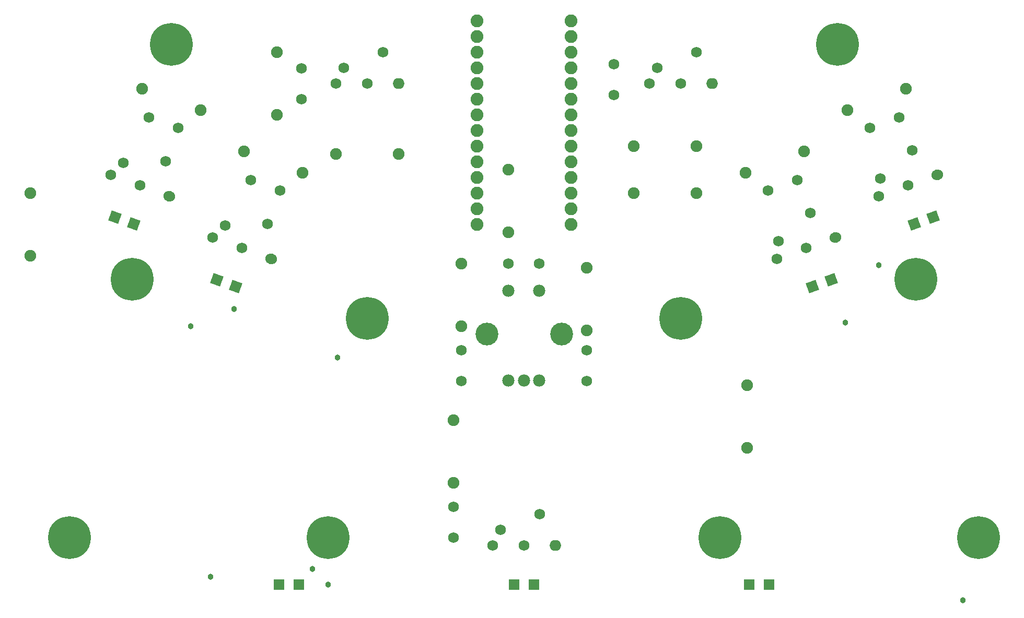
<source format=gts>
G04*
G04 #@! TF.GenerationSoftware,Altium Limited,CircuitMaker,2.1.0 (2.1.0.4)*
G04*
G04 Layer_Color=20142*
%FSLAX25Y25*%
%MOIN*%
G70*
G04*
G04 #@! TF.SameCoordinates,28D2FB88-65ED-4333-9925-A9BECD5D763D*
G04*
G04*
G04 #@! TF.FilePolarity,Negative*
G04*
G01*
G75*
%ADD13R,0.06706X0.06706*%
%ADD14P,0.09483X4X385.0*%
%ADD15P,0.09483X4X65.0*%
%ADD16C,0.08200*%
%ADD17C,0.07493*%
G04:AMPARAMS|DCode=18|XSize=74.93mil|YSize=68mil|CornerRadius=0mil|HoleSize=0mil|Usage=FLASHONLY|Rotation=340.000|XOffset=0mil|YOffset=0mil|HoleType=Round|Shape=Round|*
%AMOVALD18*
21,1,0.00693,0.06800,0.00000,0.00000,340.0*
1,1,0.06800,-0.00326,0.00119*
1,1,0.06800,0.00326,-0.00119*
%
%ADD18OVALD18*%

%ADD19C,0.06800*%
%ADD20C,0.07800*%
%ADD21C,0.14579*%
%ADD22C,0.27300*%
%ADD23O,0.07493X0.06800*%
G04:AMPARAMS|DCode=24|XSize=74.93mil|YSize=68mil|CornerRadius=0mil|HoleSize=0mil|Usage=FLASHONLY|Rotation=20.000|XOffset=0mil|YOffset=0mil|HoleType=Round|Shape=Round|*
%AMOVALD24*
21,1,0.00693,0.06800,0.00000,0.00000,20.0*
1,1,0.06800,-0.00326,-0.00119*
1,1,0.06800,0.00326,0.00119*
%
%ADD24OVALD24*%

%ADD25C,0.03800*%
D13*
X193701Y30000D02*
D03*
X356299D02*
D03*
X206299D02*
D03*
X343701D02*
D03*
X506299D02*
D03*
X493701D02*
D03*
D14*
X89081Y264654D02*
D03*
X100919Y260346D02*
D03*
X154081Y224655D02*
D03*
X165919Y220345D02*
D03*
D15*
X545919Y224655D02*
D03*
X534081Y220346D02*
D03*
X599081Y260346D02*
D03*
X610919Y264654D02*
D03*
D16*
X320000Y290000D02*
D03*
X380000Y340000D02*
D03*
X320000Y310000D02*
D03*
Y300000D02*
D03*
Y280000D02*
D03*
Y390000D02*
D03*
Y380000D02*
D03*
Y370000D02*
D03*
Y360000D02*
D03*
Y350000D02*
D03*
Y340000D02*
D03*
Y330000D02*
D03*
Y320000D02*
D03*
Y270000D02*
D03*
Y260000D02*
D03*
X380000Y390000D02*
D03*
Y380000D02*
D03*
Y370000D02*
D03*
Y360000D02*
D03*
Y350000D02*
D03*
Y330000D02*
D03*
Y320000D02*
D03*
Y310000D02*
D03*
Y300000D02*
D03*
Y290000D02*
D03*
Y280000D02*
D03*
Y270000D02*
D03*
Y260000D02*
D03*
D17*
X35000Y280000D02*
D03*
X230000Y305000D02*
D03*
X270000D02*
D03*
X35000Y240000D02*
D03*
X460000Y280000D02*
D03*
X556206Y333160D02*
D03*
X492500Y157500D02*
D03*
Y117500D02*
D03*
X420000Y280000D02*
D03*
Y310000D02*
D03*
X460000D02*
D03*
X593794Y346840D02*
D03*
X528794Y306840D02*
D03*
X491206Y293160D02*
D03*
X305000Y95000D02*
D03*
Y135000D02*
D03*
X390000Y192500D02*
D03*
Y232500D02*
D03*
X310000Y195000D02*
D03*
Y235000D02*
D03*
X340000Y255000D02*
D03*
Y295000D02*
D03*
X192500Y370000D02*
D03*
Y330000D02*
D03*
X171206Y306840D02*
D03*
X208794Y293160D02*
D03*
X106206Y346840D02*
D03*
X143794Y333160D02*
D03*
D18*
X123794Y278160D02*
D03*
X188794Y238160D02*
D03*
D19*
X94325Y299527D02*
D03*
X105000Y285000D02*
D03*
X86206Y291840D02*
D03*
X121237Y300374D02*
D03*
X208000Y359843D02*
D03*
Y340157D02*
D03*
X570751Y321634D02*
D03*
X589249Y328366D02*
D03*
X505751Y281634D02*
D03*
X524249Y288366D02*
D03*
X407500Y342657D02*
D03*
Y362343D02*
D03*
X305000Y79843D02*
D03*
Y60157D02*
D03*
X390000Y160157D02*
D03*
Y179843D02*
D03*
X310000Y160157D02*
D03*
Y179843D02*
D03*
X359843Y235000D02*
D03*
X340157D02*
D03*
X194249Y281634D02*
D03*
X175751Y288366D02*
D03*
X129249Y321634D02*
D03*
X110751Y328366D02*
D03*
X430000Y350000D02*
D03*
X450000D02*
D03*
X435000Y360000D02*
D03*
X460000Y370000D02*
D03*
X230000Y350000D02*
D03*
X250000D02*
D03*
X235000Y360000D02*
D03*
X260000Y370000D02*
D03*
X330000Y55000D02*
D03*
X350000D02*
D03*
X335000Y65000D02*
D03*
X360000Y75000D02*
D03*
X597556Y307214D02*
D03*
X577485Y289267D02*
D03*
X595000Y285000D02*
D03*
X576206Y278160D02*
D03*
X532556Y267214D02*
D03*
X512485Y249267D02*
D03*
X530000Y245000D02*
D03*
X511206Y238160D02*
D03*
X151206Y251840D02*
D03*
X170000Y245000D02*
D03*
X159325Y259527D02*
D03*
X186237Y260374D02*
D03*
D20*
X359842Y160472D02*
D03*
X350000D02*
D03*
X340158D02*
D03*
X359842Y217559D02*
D03*
X340158D02*
D03*
D21*
X374000Y190000D02*
D03*
X326500D02*
D03*
D22*
X475000Y60000D02*
D03*
X600000Y225000D02*
D03*
X640000Y60000D02*
D03*
X60000D02*
D03*
X225000D02*
D03*
X100000Y225000D02*
D03*
X125000Y375000D02*
D03*
X250000Y200000D02*
D03*
X450000D02*
D03*
X550000Y375000D02*
D03*
D23*
X470000Y350000D02*
D03*
X270000D02*
D03*
X370000Y55000D02*
D03*
D24*
X613794Y291840D02*
D03*
X548794Y251840D02*
D03*
D25*
X576385Y234000D02*
D03*
X231000Y175000D02*
D03*
X165000Y206000D02*
D03*
X137500Y195000D02*
D03*
X225000Y30000D02*
D03*
X215000Y40000D02*
D03*
X150000Y35000D02*
D03*
X555000Y197500D02*
D03*
X630000Y20000D02*
D03*
M02*

</source>
